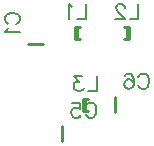
<source format=gbr>
G04 DipTrace 2.2.0.9*
%INBottomSilk.gbr*%
%MOMM*%
%ADD10C,0.25*%
%ADD57C,0.196*%
%FSLAX53Y53*%
%SFA1B1*%
%OFA0B0*%
G04*
G71*
G90*
G75*
G01*
%LNBotSilk*%
%LPD*%
X17079Y39998D2*
D10*
X18377D1*
X19998Y33057D2*
Y31759D1*
X24478Y35498D2*
Y34199D1*
X21047Y40388D2*
X21449D1*
X21047Y41388D2*
X21449D1*
X21047D2*
Y40388D1*
X21239Y41388D2*
Y40388D1*
X25649Y41388D2*
X25247D1*
X25649Y40388D2*
X25247D1*
X25649D2*
Y41388D1*
X25457Y40388D2*
Y41388D1*
X21727Y34308D2*
X22129D1*
X21727Y35308D2*
X22129D1*
X21727D2*
Y34308D1*
X21919Y35308D2*
Y34308D1*
X15421Y41691D2*
D57*
X15301Y41751D1*
D2*
X15179Y41873D1*
D2*
X15118Y41994D1*
D2*
Y42237D1*
D2*
X15179Y42359D1*
D2*
X15301Y42480D1*
D2*
X15421Y42541D1*
D2*
X15604Y42602D1*
D2*
X15909D1*
D2*
X16090Y42541D1*
D2*
X16212Y42480D1*
D2*
X16332Y42359D1*
D2*
X16394Y42237D1*
D2*
Y41994D1*
D2*
X16332Y41873D1*
D2*
X16212Y41751D1*
D2*
X16090Y41691D1*
X15362Y41299D2*
X15301Y41176D1*
D2*
X15120Y40994D1*
D2*
X16394D1*
X21964Y34715D2*
X22024Y34835D1*
D2*
X22146Y34958D1*
D2*
X22267Y35018D1*
D2*
X22510D1*
D2*
X22632Y34958D1*
D2*
X22753Y34835D1*
D2*
X22814Y34715D1*
D2*
X22875Y34532D1*
D2*
Y34228D1*
D2*
X22814Y34046D1*
D2*
X22753Y33924D1*
D2*
X22632Y33804D1*
D2*
X22510Y33742D1*
D2*
X22267D1*
D2*
X22146Y33804D1*
D2*
X22024Y33924D1*
D2*
X21964Y34046D1*
X20843Y35016D2*
X21449D1*
D2*
X21510Y34470D1*
D2*
X21449Y34531D1*
D2*
X21267Y34593D1*
D2*
X21086D1*
D2*
X20903Y34531D1*
D2*
X20781Y34410D1*
D2*
X20721Y34228D1*
D2*
Y34107D1*
D2*
X20781Y33924D1*
D2*
X20903Y33802D1*
D2*
X21086Y33742D1*
D2*
X21267D1*
D2*
X21449Y33802D1*
D2*
X21510Y33864D1*
D2*
X21572Y33985D1*
X26413Y37155D2*
X26473Y37275D1*
D2*
X26595Y37398D1*
D2*
X26716Y37458D1*
D2*
X26959D1*
D2*
X27081Y37398D1*
D2*
X27202Y37275D1*
D2*
X27264Y37155D1*
D2*
X27324Y36972D1*
D2*
Y36668D1*
D2*
X27264Y36486D1*
D2*
X27202Y36364D1*
D2*
X27081Y36244D1*
D2*
X26959Y36182D1*
D2*
X26716D1*
D2*
X26595Y36244D1*
D2*
X26473Y36364D1*
D2*
X26413Y36486D1*
X25292Y37275D2*
X25352Y37396D1*
D2*
X25535Y37456D1*
D2*
X25656D1*
D2*
X25838Y37396D1*
D2*
X25960Y37214D1*
D2*
X26021Y36910D1*
D2*
Y36607D1*
D2*
X25960Y36364D1*
D2*
X25838Y36242D1*
D2*
X25656Y36182D1*
D2*
X25595D1*
D2*
X25414Y36242D1*
D2*
X25292Y36364D1*
D2*
X25232Y36547D1*
D2*
Y36607D1*
D2*
X25292Y36790D1*
D2*
X25414Y36910D1*
D2*
X25595Y36971D1*
D2*
X25656D1*
D2*
X25838Y36910D1*
D2*
X25960Y36790D1*
D2*
X26021Y36607D1*
X21961Y43348D2*
Y42072D1*
D2*
X21232D1*
X20840Y43104D2*
X20718Y43165D1*
D2*
X20535Y43346D1*
D2*
Y42072D1*
X26434Y43348D2*
Y42072D1*
D2*
X25705D1*
X25251Y43043D2*
Y43104D1*
D2*
X25191Y43226D1*
D2*
X25130Y43286D1*
D2*
X25008Y43346D1*
D2*
X24765D1*
D2*
X24645Y43286D1*
D2*
X24584Y43226D1*
D2*
X24523Y43104D1*
D2*
Y42983D1*
D2*
X24584Y42861D1*
D2*
X24705Y42680D1*
D2*
X25313Y42072D1*
D2*
X24462D1*
X22914Y37268D2*
Y35992D1*
D2*
X22185D1*
X21671Y37266D2*
X21004D1*
D2*
X21368Y36781D1*
D2*
X21185D1*
D2*
X21064Y36720D1*
D2*
X21004Y36660D1*
D2*
X20942Y36478D1*
D2*
Y36357D1*
D2*
X21004Y36174D1*
D2*
X21125Y36052D1*
D2*
X21307Y35992D1*
D2*
X21490D1*
D2*
X21671Y36052D1*
D2*
X21731Y36114D1*
D2*
X21793Y36235D1*
M02*

</source>
